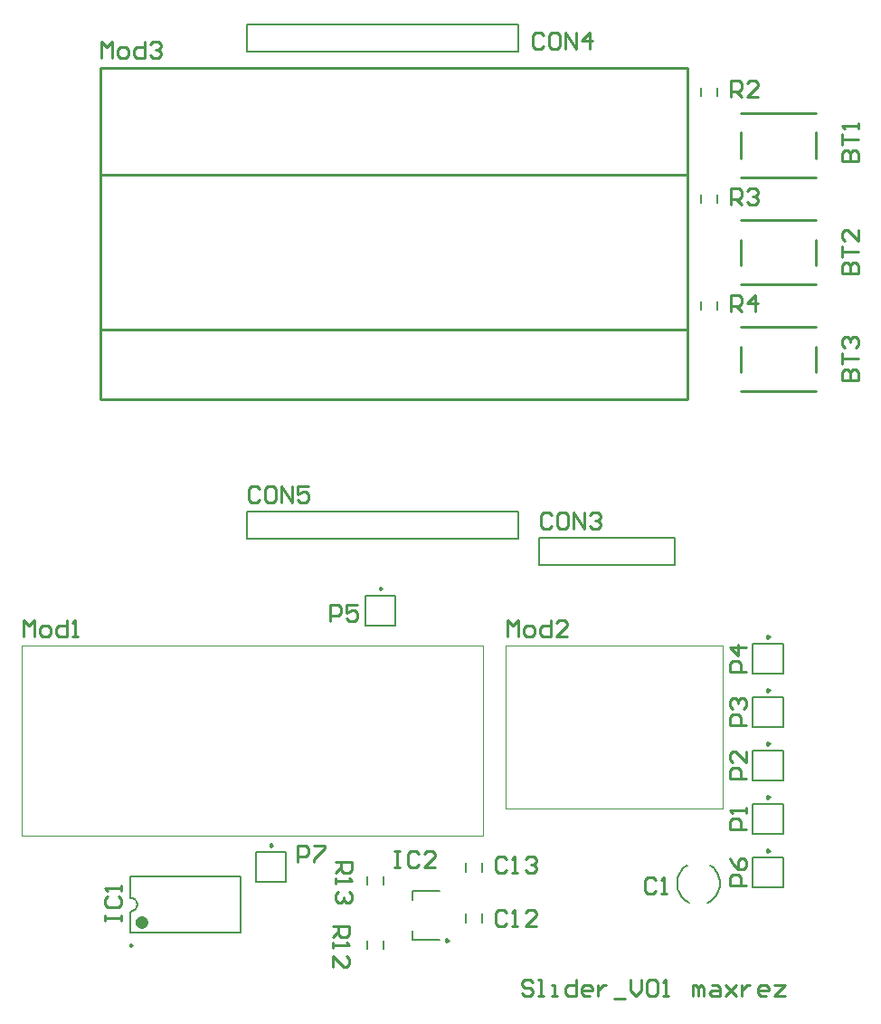
<source format=gto>
G04 Layer_Color=65535*
%FSLAX25Y25*%
%MOIN*%
G70*
G01*
G75*
%ADD36C,0.00787*%
%ADD37C,0.00984*%
%ADD38C,0.02362*%
%ADD39C,0.01000*%
%ADD40C,0.00394*%
D36*
X253274Y40083D02*
X254150Y40552D01*
X254959Y41128D01*
X255689Y41800D01*
X256329Y42560D01*
X256868Y43393D01*
X257298Y44289D01*
X257612Y45230D01*
X257805Y46205D01*
X257874Y47195D01*
X257817Y48186D01*
X257637Y49163D01*
X257334Y50109D01*
X256915Y51009D01*
X256387Y51850D01*
X255756Y52617D01*
X255034Y53298D01*
X254232Y53884D01*
X245768Y53884D02*
X244966Y53298D01*
X244244Y52617D01*
X243613Y51850D01*
X243084Y51009D01*
X242666Y50109D01*
X242363Y49163D01*
X242183Y48186D01*
X242126Y47195D01*
X242195Y46205D01*
X242388Y45230D01*
X242702Y44289D01*
X243132Y43393D01*
X243671Y42560D01*
X244311Y41800D01*
X245041Y41128D01*
X245850Y40552D01*
X246726Y40083D01*
X40748Y36870D02*
X41705Y37060D01*
X42516Y37602D01*
X43058Y38413D01*
X43248Y39370D01*
X43058Y40327D01*
X42516Y41138D01*
X41705Y41680D01*
X40748Y41870D01*
X127362Y153150D02*
X138386D01*
X138386Y142126D02*
Y153150D01*
X127362Y142126D02*
X138386D01*
X127362Y142126D02*
Y153150D01*
X81299Y28937D02*
Y49803D01*
X40748Y41870D02*
Y49803D01*
Y28937D02*
Y36870D01*
Y49803D02*
X81299D01*
X40748Y28937D02*
X81299D01*
X250984Y337008D02*
Y340158D01*
X256890Y337008D02*
Y340158D01*
X250984Y297638D02*
Y300787D01*
X256890Y297638D02*
Y300787D01*
X250984Y258268D02*
Y261417D01*
X256890Y258268D02*
Y261417D01*
X183583Y353268D02*
Y363268D01*
X83583Y353268D02*
X183583D01*
X83583D02*
Y363268D01*
X91083D01*
X183583D01*
Y174134D02*
Y184134D01*
X83583Y174134D02*
X183583D01*
X83583D02*
Y184134D01*
X91083D01*
X183583D01*
X191220Y164291D02*
Y174291D01*
X241220D01*
X191220Y164291D02*
X241220D01*
Y174291D01*
X87008Y58661D02*
X98032D01*
X98032Y47638D02*
Y58661D01*
X87008Y47638D02*
X98032D01*
X87008Y47638D02*
Y58661D01*
X133858Y23031D02*
Y26181D01*
X127953Y23031D02*
Y26181D01*
X133858Y46654D02*
Y49803D01*
X127953Y46654D02*
Y49803D01*
X170276Y32874D02*
Y36024D01*
X164370Y32874D02*
Y36024D01*
X170276Y51575D02*
Y54724D01*
X164370Y51575D02*
Y54724D01*
X144488Y40945D02*
Y44488D01*
X154724D01*
X144488Y26378D02*
Y29921D01*
Y26378D02*
X154724D01*
X270079Y135433D02*
X281102D01*
X281102Y124409D02*
Y135433D01*
X270079Y124409D02*
X281102D01*
X270079Y124409D02*
Y135433D01*
Y115748D02*
X281102D01*
X281102Y104724D02*
Y115748D01*
X270079Y104724D02*
X281102D01*
X270079Y104724D02*
Y115748D01*
Y56693D02*
X281102D01*
X281102Y45669D02*
Y56693D01*
X270079Y45669D02*
X281102D01*
X270079Y45669D02*
Y56693D01*
Y76378D02*
X281102D01*
X281102Y65354D02*
Y76378D01*
X270079Y65354D02*
X281102D01*
X270079Y65354D02*
Y76378D01*
Y96063D02*
X281102D01*
X281102Y85039D02*
Y96063D01*
X270079Y85039D02*
X281102D01*
X270079Y85039D02*
Y96063D01*
D37*
X133366Y155709D02*
X132628Y156135D01*
Y155282D01*
X133366Y155709D01*
X41398Y24370D02*
X40659Y24796D01*
Y23944D01*
X41398Y24370D01*
X93012Y61221D02*
X92274Y61647D01*
Y60794D01*
X93012Y61221D01*
X157776Y26181D02*
X157037Y26607D01*
Y25755D01*
X157776Y26181D01*
X276083Y137992D02*
X275344Y138418D01*
Y137566D01*
X276083Y137992D01*
Y118307D02*
X275344Y118733D01*
Y117881D01*
X276083Y118307D01*
Y59252D02*
X275344Y59678D01*
Y58826D01*
X276083Y59252D01*
Y78937D02*
X275344Y79363D01*
Y78511D01*
X276083Y78937D01*
Y98622D02*
X275344Y99048D01*
Y98196D01*
X276083Y98622D01*
D38*
X45866Y32874D02*
X45421Y33797D01*
X44422Y34025D01*
X43621Y33386D01*
Y32362D01*
X44422Y31723D01*
X45421Y31951D01*
X45866Y32874D01*
D39*
X265748Y235433D02*
Y244882D01*
X293307Y235433D02*
Y244882D01*
X279528Y228346D02*
X293307D01*
X279528Y251969D02*
X293307D01*
X265748D02*
X279528D01*
X265748Y228346D02*
X279528D01*
X265748Y274803D02*
Y284252D01*
X293307Y274803D02*
Y284252D01*
X279528Y267717D02*
X293307D01*
X279528Y291339D02*
X293307D01*
X265748D02*
X279528D01*
X265748Y267717D02*
X279528D01*
X265748Y314173D02*
Y323622D01*
X293307Y314173D02*
Y323622D01*
X279528Y307087D02*
X293307D01*
X279528Y330709D02*
X293307D01*
X265748D02*
X279528D01*
X265748Y307087D02*
X279528D01*
X246063Y231535D02*
Y341535D01*
X29528Y231535D02*
Y341535D01*
X246063Y279528D02*
Y341535D01*
X29528Y279528D02*
Y341535D01*
X246063Y250984D02*
Y308071D01*
X29528Y250984D02*
X246063D01*
X29528D02*
Y308071D01*
X246063D01*
X29528Y225512D02*
Y347559D01*
X246063Y225394D02*
Y347441D01*
X29528Y225512D02*
X245945D01*
X246063Y225394D01*
X29528Y347559D02*
X245945D01*
X246063Y347441D01*
X234314Y48305D02*
X233314Y49305D01*
X231315D01*
X230315Y48305D01*
Y44307D01*
X231315Y43307D01*
X233314D01*
X234314Y44307D01*
X236313Y43307D02*
X238312D01*
X237313D01*
Y49305D01*
X236313Y48305D01*
X189038Y10904D02*
X188038Y11904D01*
X186039D01*
X185039Y10904D01*
Y9904D01*
X186039Y8905D01*
X188038D01*
X189038Y7905D01*
Y6905D01*
X188038Y5906D01*
X186039D01*
X185039Y6905D01*
X191037Y5906D02*
X193037D01*
X192037D01*
Y11904D01*
X191037D01*
X196036Y5906D02*
X198035D01*
X197036D01*
Y9904D01*
X196036D01*
X205033Y11904D02*
Y5906D01*
X202034D01*
X201034Y6905D01*
Y8905D01*
X202034Y9904D01*
X205033D01*
X210031Y5906D02*
X208032D01*
X207032Y6905D01*
Y8905D01*
X208032Y9904D01*
X210031D01*
X211031Y8905D01*
Y7905D01*
X207032D01*
X213030Y9904D02*
Y5906D01*
Y7905D01*
X214030Y8905D01*
X215030Y9904D01*
X216029D01*
X219028Y4906D02*
X223027D01*
X225026Y11904D02*
Y7905D01*
X227026Y5906D01*
X229025Y7905D01*
Y11904D01*
X231025Y10904D02*
X232024Y11904D01*
X234023D01*
X235023Y10904D01*
Y6905D01*
X234023Y5906D01*
X232024D01*
X231025Y6905D01*
Y10904D01*
X237023Y5906D02*
X239022D01*
X238022D01*
Y11904D01*
X237023Y10904D01*
X248019Y5906D02*
Y9904D01*
X249019D01*
X250018Y8905D01*
Y5906D01*
Y8905D01*
X251018Y9904D01*
X252018Y8905D01*
Y5906D01*
X255017Y9904D02*
X257016D01*
X258016Y8905D01*
Y5906D01*
X255017D01*
X254017Y6905D01*
X255017Y7905D01*
X258016D01*
X260015Y9904D02*
X264014Y5906D01*
X262015Y7905D01*
X264014Y9904D01*
X260015Y5906D01*
X266013Y9904D02*
Y5906D01*
Y7905D01*
X267013Y8905D01*
X268012Y9904D01*
X269012D01*
X275010Y5906D02*
X273011D01*
X272011Y6905D01*
Y8905D01*
X273011Y9904D01*
X275010D01*
X276010Y8905D01*
Y7905D01*
X272011D01*
X278009Y9904D02*
X282008D01*
X278009Y5906D01*
X282008D01*
X114173Y143701D02*
Y149699D01*
X117172D01*
X118172Y148699D01*
Y146700D01*
X117172Y145700D01*
X114173D01*
X124170Y149699D02*
X120171D01*
Y146700D01*
X122171Y147699D01*
X123170D01*
X124170Y146700D01*
Y144701D01*
X123170Y143701D01*
X121171D01*
X120171Y144701D01*
X31403Y33465D02*
Y35464D01*
Y34464D01*
X37402D01*
Y33465D01*
Y35464D01*
X32403Y42462D02*
X31403Y41462D01*
Y39463D01*
X32403Y38463D01*
X36402D01*
X37402Y39463D01*
Y41462D01*
X36402Y42462D01*
X37402Y44461D02*
Y46460D01*
Y45461D01*
X31403D01*
X32403Y44461D01*
X261811Y336614D02*
Y342612D01*
X264810D01*
X265810Y341613D01*
Y339613D01*
X264810Y338614D01*
X261811D01*
X263810D02*
X265810Y336614D01*
X271808D02*
X267809D01*
X271808Y340613D01*
Y341613D01*
X270808Y342612D01*
X268809D01*
X267809Y341613D01*
X261811Y297244D02*
Y303242D01*
X264810D01*
X265810Y302242D01*
Y300243D01*
X264810Y299243D01*
X261811D01*
X263810D02*
X265810Y297244D01*
X267809Y302242D02*
X268809Y303242D01*
X270808D01*
X271808Y302242D01*
Y301243D01*
X270808Y300243D01*
X269808D01*
X270808D01*
X271808Y299243D01*
Y298244D01*
X270808Y297244D01*
X268809D01*
X267809Y298244D01*
X261811Y257874D02*
Y263872D01*
X264810D01*
X265810Y262872D01*
Y260873D01*
X264810Y259873D01*
X261811D01*
X263810D02*
X265810Y257874D01*
X270808D02*
Y263872D01*
X267809Y260873D01*
X271808D01*
X303057Y232283D02*
X309055D01*
Y235282D01*
X308055Y236282D01*
X307056D01*
X306056Y235282D01*
Y232283D01*
Y235282D01*
X305056Y236282D01*
X304057D01*
X303057Y235282D01*
Y232283D01*
Y238281D02*
Y242280D01*
Y240281D01*
X309055D01*
X304057Y244280D02*
X303057Y245279D01*
Y247279D01*
X304057Y248278D01*
X305056D01*
X306056Y247279D01*
Y246279D01*
Y247279D01*
X307056Y248278D01*
X308055D01*
X309055Y247279D01*
Y245279D01*
X308055Y244280D01*
X303057Y271654D02*
X309055D01*
Y274653D01*
X308055Y275652D01*
X307056D01*
X306056Y274653D01*
Y271654D01*
Y274653D01*
X305056Y275652D01*
X304057D01*
X303057Y274653D01*
Y271654D01*
Y277652D02*
Y281650D01*
Y279651D01*
X309055D01*
Y287648D02*
Y283650D01*
X305056Y287648D01*
X304057D01*
X303057Y286649D01*
Y284649D01*
X304057Y283650D01*
X303057Y312992D02*
X309055D01*
Y315991D01*
X308055Y316991D01*
X307056D01*
X306056Y315991D01*
Y312992D01*
Y315991D01*
X305056Y316991D01*
X304057D01*
X303057Y315991D01*
Y312992D01*
Y318990D02*
Y322989D01*
Y320989D01*
X309055D01*
Y324988D02*
Y326988D01*
Y325988D01*
X303057D01*
X304057Y324988D01*
X192975Y359329D02*
X191975Y360329D01*
X189976D01*
X188976Y359329D01*
Y355330D01*
X189976Y354331D01*
X191975D01*
X192975Y355330D01*
X197974Y360329D02*
X195974D01*
X194974Y359329D01*
Y355330D01*
X195974Y354331D01*
X197974D01*
X198973Y355330D01*
Y359329D01*
X197974Y360329D01*
X200973Y354331D02*
Y360329D01*
X204971Y354331D01*
Y360329D01*
X209970Y354331D02*
Y360329D01*
X206971Y357330D01*
X210969D01*
X88236Y192518D02*
X87236Y193518D01*
X85237D01*
X84237Y192518D01*
Y188519D01*
X85237Y187520D01*
X87236D01*
X88236Y188519D01*
X93234Y193518D02*
X91235D01*
X90235Y192518D01*
Y188519D01*
X91235Y187520D01*
X93234D01*
X94234Y188519D01*
Y192518D01*
X93234Y193518D01*
X96233Y187520D02*
Y193518D01*
X100232Y187520D01*
Y193518D01*
X106230D02*
X102231D01*
Y190519D01*
X104230Y191518D01*
X105230D01*
X106230Y190519D01*
Y188519D01*
X105230Y187520D01*
X103231D01*
X102231Y188519D01*
X1179Y138221D02*
Y144219D01*
X3178Y142220D01*
X5177Y144219D01*
Y138221D01*
X8177D02*
X10176D01*
X11175Y139221D01*
Y141220D01*
X10176Y142220D01*
X8177D01*
X7177Y141220D01*
Y139221D01*
X8177Y138221D01*
X17174Y144219D02*
Y138221D01*
X14175D01*
X13175Y139221D01*
Y141220D01*
X14175Y142220D01*
X17174D01*
X19173Y138221D02*
X21172D01*
X20173D01*
Y144219D01*
X19173Y143220D01*
X137795Y59148D02*
X139795D01*
X138795D01*
Y53150D01*
X137795D01*
X139795D01*
X146792Y58148D02*
X145793Y59148D01*
X143793D01*
X142794Y58148D01*
Y54149D01*
X143793Y53150D01*
X145793D01*
X146792Y54149D01*
X152790Y53150D02*
X148792D01*
X152790Y57148D01*
Y58148D01*
X151791Y59148D01*
X149791D01*
X148792Y58148D01*
X30055Y351028D02*
Y357026D01*
X32054Y355026D01*
X34054Y357026D01*
Y351028D01*
X37053D02*
X39052D01*
X40052Y352027D01*
Y354027D01*
X39052Y355026D01*
X37053D01*
X36053Y354027D01*
Y352027D01*
X37053Y351028D01*
X46050Y357026D02*
Y351028D01*
X43051D01*
X42051Y352027D01*
Y354027D01*
X43051Y355026D01*
X46050D01*
X48049Y356026D02*
X49049Y357026D01*
X51048D01*
X52048Y356026D01*
Y355026D01*
X51048Y354027D01*
X50049D01*
X51048D01*
X52048Y353027D01*
Y352027D01*
X51048Y351028D01*
X49049D01*
X48049Y352027D01*
X179196Y36494D02*
X178196Y37494D01*
X176197D01*
X175197Y36494D01*
Y32496D01*
X176197Y31496D01*
X178196D01*
X179196Y32496D01*
X181195Y31496D02*
X183194D01*
X182195D01*
Y37494D01*
X181195Y36494D01*
X190192Y31496D02*
X186193D01*
X190192Y35495D01*
Y36494D01*
X189192Y37494D01*
X187193D01*
X186193Y36494D01*
X179196Y56179D02*
X178196Y57179D01*
X176197D01*
X175197Y56179D01*
Y52181D01*
X176197Y51181D01*
X178196D01*
X179196Y52181D01*
X181195Y51181D02*
X183194D01*
X182195D01*
Y57179D01*
X181195Y56179D01*
X186193D02*
X187193Y57179D01*
X189192D01*
X190192Y56179D01*
Y55180D01*
X189192Y54180D01*
X188193D01*
X189192D01*
X190192Y53180D01*
Y52181D01*
X189192Y51181D01*
X187193D01*
X186193Y52181D01*
X195867Y182653D02*
X194868Y183652D01*
X192868D01*
X191868Y182653D01*
Y178654D01*
X192868Y177654D01*
X194868D01*
X195867Y178654D01*
X200866Y183652D02*
X198866D01*
X197867Y182653D01*
Y178654D01*
X198866Y177654D01*
X200866D01*
X201865Y178654D01*
Y182653D01*
X200866Y183652D01*
X203865Y177654D02*
Y183652D01*
X207863Y177654D01*
Y183652D01*
X209863Y182653D02*
X210862Y183652D01*
X212862D01*
X213861Y182653D01*
Y181653D01*
X212862Y180653D01*
X211862D01*
X212862D01*
X213861Y179654D01*
Y178654D01*
X212862Y177654D01*
X210862D01*
X209863Y178654D01*
X267717Y66929D02*
X261719D01*
Y69928D01*
X262718Y70928D01*
X264718D01*
X265717Y69928D01*
Y66929D01*
X267717Y72927D02*
Y74927D01*
Y73927D01*
X261719D01*
X262718Y72927D01*
X267717Y85630D02*
X261719D01*
Y88629D01*
X262718Y89629D01*
X264718D01*
X265717Y88629D01*
Y85630D01*
X267717Y95627D02*
Y91628D01*
X263718Y95627D01*
X262718D01*
X261719Y94627D01*
Y92628D01*
X262718Y91628D01*
X267717Y105315D02*
X261719D01*
Y108314D01*
X262718Y109314D01*
X264718D01*
X265717Y108314D01*
Y105315D01*
X262718Y111313D02*
X261719Y112313D01*
Y114312D01*
X262718Y115312D01*
X263718D01*
X264718Y114312D01*
Y113312D01*
Y114312D01*
X265717Y115312D01*
X266717D01*
X267717Y114312D01*
Y112313D01*
X266717Y111313D01*
X267717Y125000D02*
X261719D01*
Y127999D01*
X262718Y128999D01*
X264718D01*
X265717Y127999D01*
Y125000D01*
X267717Y133997D02*
X261719D01*
X264718Y130998D01*
Y134997D01*
X179735Y138146D02*
Y144144D01*
X181734Y142144D01*
X183733Y144144D01*
Y138146D01*
X186732D02*
X188732D01*
X189731Y139145D01*
Y141145D01*
X188732Y142144D01*
X186732D01*
X185733Y141145D01*
Y139145D01*
X186732Y138146D01*
X195729Y144144D02*
Y138146D01*
X192730D01*
X191731Y139145D01*
Y141145D01*
X192730Y142144D01*
X195729D01*
X201728Y138146D02*
X197729D01*
X201728Y142144D01*
Y143144D01*
X200728Y144144D01*
X198729D01*
X197729Y143144D01*
X267717Y46260D02*
X261719D01*
Y49259D01*
X262718Y50259D01*
X264718D01*
X265717Y49259D01*
Y46260D01*
X261719Y56257D02*
X262718Y54257D01*
X264718Y52258D01*
X266717D01*
X267717Y53258D01*
Y55257D01*
X266717Y56257D01*
X265717D01*
X264718Y55257D01*
Y52258D01*
X102362Y55118D02*
Y61116D01*
X105361D01*
X106361Y60116D01*
Y58117D01*
X105361Y57117D01*
X102362D01*
X108360Y61116D02*
X112359D01*
Y60116D01*
X108360Y56118D01*
Y55118D01*
X115157Y31496D02*
X121156D01*
Y28497D01*
X120156Y27497D01*
X118157D01*
X117157Y28497D01*
Y31496D01*
Y29497D02*
X115157Y27497D01*
Y25498D02*
Y23499D01*
Y24498D01*
X121156D01*
X120156Y25498D01*
X115157Y16501D02*
Y20500D01*
X119156Y16501D01*
X120156D01*
X121156Y17501D01*
Y19500D01*
X120156Y20500D01*
X116142Y55118D02*
X122140D01*
Y52119D01*
X121140Y51119D01*
X119141D01*
X118141Y52119D01*
Y55118D01*
Y53119D02*
X116142Y51119D01*
Y49120D02*
Y47121D01*
Y48120D01*
X122140D01*
X121140Y49120D01*
Y44122D02*
X122140Y43122D01*
Y41123D01*
X121140Y40123D01*
X120140D01*
X119141Y41123D01*
Y42122D01*
Y41123D01*
X118141Y40123D01*
X117141D01*
X116142Y41123D01*
Y43122D01*
X117141Y44122D01*
D40*
X258937Y74921D02*
Y134921D01*
X178937Y74921D02*
X258937D01*
X178937D02*
Y134921D01*
X258937D01*
X512D02*
X170512D01*
X512Y64921D02*
Y134921D01*
Y64921D02*
X170512D01*
Y134921D01*
M02*

</source>
